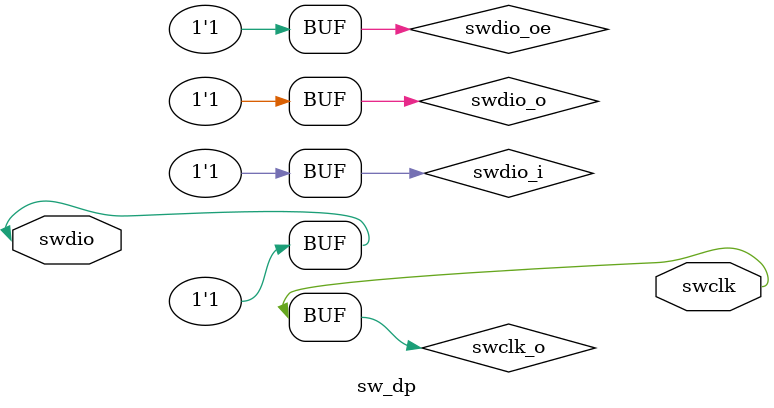
<source format=v>
/*------------------------------------------------------------------------------
 CMSIS-DAP SW DP I/O

 Version 1.0 @ 2023/05/01
    1. Initial version
--------------------------------------------------------------------------------*/

module sw_dp(
  swclk,
  swdio
);

output swclk;
inout  swdio;

reg         swclk_o;    /* SWCLK output        */
reg         swdio_oe;   /* SWDIO output enable */
reg         swdio_o;    /* SWDIO output        */
wire        swdio_i;    /* SWDIO input         */

reg         parity;     /* SWD parity          */
reg [2:0]   ack;        /* SWD acknowledge     */
reg [4:0]   state;      /* SWD transfer state  */
reg         bitval;     /* SWD bit value       */
reg [31:0]  sw_rdata;   /* SWD read data       */
reg [31:0]  sw_wdata;   /* SWD write data      */

assign swclk = swclk_o;
assign swdio = swdio_oe ? swdio_o : 1'bz;
assign swdio_i = swdio;

`ifndef SWCLK_DELAY 
`define SWCLK_DELAY       #100ns  /* SWCLK delay time, 5 MHz */
`endif

`ifndef TURNAROUND_CYCLES
`define TURNAROUND_CYCLES 1       /* SWD Turnaround cycles */
`endif

`ifndef IDLE_CYCLES
`define IDLE_CYCLES       8       /* Maximum is 32, caused using in Sequence Task */
`endif

/* SWD Acknowledge */
parameter [2:0]   TRANSFER_OK              = 3'b001;
parameter [2:0]   TRANSFER_WAIT            = 3'b010;
parameter [2:0]   TRANSFER_FAULT           = 3'b100;
/* Transfer State */
parameter [4:0]   TRANSFER_STATE_OK        = 5'h0;
parameter [4:0]   TRANSFER_STATE_ERROR     = 5'h8;
parameter [4:0]   TRANSFER_STATE_MISMATCH  = 5'h10;

/* Transfer APnDP */
parameter         TRANSFER_DP              = 1'b0;
parameter         TRANSFER_AP              = 1'b1;
/* DP address */
parameter [3:0]   DPA00_IDR                = 4'h0;
parameter [3:0]   DPA04_CTRLSTAT           = 4'h4;
parameter [3:0]   DPA08_SELECT             = 4'h8;
parameter [3:0]   DPA0C_RDBUFF             = 4'hC;
/* Bank 0 AP address */
parameter [3:0]   B0AP00_CSW               = 4'h0;
parameter [3:0]   B0AP04_TAR               = 4'h4;
parameter [3:0]   B0AP0C_DRW               = 4'hC;
/* Transfer RnW */
parameter         TRANSFER_WRITE           = 1'b0;
parameter         TRANSFER_READ            = 1'b1;

initial begin
  if (`IDLE_CYCLES > 32) begin
    $display("time is %d, `IDLE_CYCLES larger than 32", $time);
    $finish();
  end
  swdio_oe = 1'b1;
  swdio_o  = 1'b1;
end

/*
 * SWD test connection
 */
task automatic SWD_TestConnect;
begin
  sw_rdata = 32'h0;
  sw_wdata = 32'h0;

  $display("time is %d, SWD_TestConnect: Start ***************************", $time);

  SWJ_Dormant_To_SWD();
  $display("time is %d, SWJ_Dormant_to_SWD: SWJ Dormant to SWD", $time);

  SWJ_LineReset();
  $display("time is %d, SWJ_LineReset: SWJ line reset", $time);

  SWD_Transfer(TRANSFER_DP, TRANSFER_READ, DPA00_IDR, sw_wdata, sw_rdata);
  $display("time is %d, SWD_Transfer: Read IDCODE is %08X(exp. 0BE12477)", $time, sw_rdata);

  SWD_Transfer(TRANSFER_DP, TRANSFER_WRITE, DPA04_CTRLSTAT, 32'h1000_0000, sw_rdata);
  $display("time is %d, SWD_Transfer: Power-up Debug", $time);

  SWD_Transfer(TRANSFER_DP, TRANSFER_WRITE, DPA08_SELECT, 32'h0000_0000, sw_rdata);
  $display("time is %d, SWD_Transfer: Select AP 0", $time);

  SWD_Transfer(TRANSFER_AP, TRANSFER_WRITE, B0AP00_CSW, 32'h0000_0002, sw_rdata);
  $display("time is %d, SWD_Transfer: CSW set access size 32-bit", $time);

  SWD_WriteRegister(32'h3000_8000, 32'h1234_5678);
  $display("time is %d, SWD_WriteRegister: Write 0x12345678 to 0x30008000", $time);

  SWD_ReadRegister(32'h3000_8000, sw_rdata);
  $display("time is %d, SWD_ReadRegister: Read 0x%08X from 0x30008000", $time, sw_rdata);

  $display("time is %d, SWD_TestConnect: End ***************************", $time);
end
endtask

/*
 * Generate clock cycle
 */
task automatic SW_CLOCK_CYCLE;
begin
  swclk_o = 1'b0;
  `SWCLK_DELAY;
  swclk_o = 1'b1;
  `SWCLK_DELAY;
end
endtask

/*
 * Write a bit with clock cycle
 *   ibit: write bit
 */
task automatic SW_WRITE_BIT(input ibit);
begin
  swdio_o = ibit;
  swclk_o = 1'b0;
  `SWCLK_DELAY;
  swclk_o = 1'b1;
  `SWCLK_DELAY;
end
endtask

/*
 * Read a bit form clock cycle
 *   obit: read bit
 */
task automatic SW_READ_BIT(output obit);
begin
  swclk_o = 1'b0;
  `SWCLK_DELAY;
  obit = swdio_i;
  swclk_o = 1'b1;
  `SWCLK_DELAY;
end
endtask

 /*
  * Generate SWJ Sequence
  *   data:   sequence data (LSB first)
  *   count:  sequence bit count (1..32)
  */
task automatic SWJ_Sequence(input [31:0] data, input [5:0] count);
  integer bit_count;
  integer bit_pos;
begin
  bit_count = count;
  bit_pos = 0;
  while (bit_count > 0) begin
    swdio_o = data[bit_pos];
    SW_CLOCK_CYCLE();
    bit_count = bit_count - 1;
    bit_pos = bit_pos + 1;
  end
end
endtask

 /*
  * Generate SWD Write Sequence
  *   data:   sequence data (LSB first)
  *   count:  sequence bit count (1..32)
  */
task automatic SWD_WriteSequence(input [31:0] data, input [5:0] count);
  integer bit_count;
  integer bit_pos;
begin
  bit_count = count;
  bit_pos = 0;
  while (bit_count > 0) begin
    SW_WRITE_BIT(data[bit_pos]);
    bit_count = bit_count - 1;
    bit_pos = bit_pos + 1;
  end
end
endtask

 /*
  * Generate SWD Read Sequence
  *   data:   sequence data (LSB first)
  *   count:  sequence bit count (1..32)
  */
task automatic SWD_ReadSequence(output [31:0] data, input [5:0] count);
  integer bit_count;
  integer bit_pos;
begin
  bit_count = count;
  bit_pos = 0;
  while (bit_count > 0) begin
    SW_READ_BIT(data[bit_pos]);
    bit_count = bit_count - 1;
    bit_pos = bit_pos + 1;
  end
end
endtask

 /*
  * SWD Transfer I/O
  *   APnDP:  1=AP, 0=DP
  *   RnW:    1=Read, 0=Write
  *   A[3:0]: Address
  *   wDATA:  Write Data
  *   rDATA:  Read Data
  */
task automatic SWD_Transfer(input APnDP, input RnW, input [3:0] A, input [31:0] wDATA, output [31:0] rDATA);
  integer i;
begin
  state = TRANSFER_STATE_OK;

  /* Packet Request */
  SW_WRITE_BIT(1'b1);                   /* Start Bit */ 
  SW_WRITE_BIT(APnDP);                  /* APnDP Bit */
  SW_WRITE_BIT(RnW);                    /* RnW Bit */
  SW_WRITE_BIT(A[2]);                   /* A2 Bit */
  SW_WRITE_BIT(A[3]);                   /* A3 Bit */
  parity = APnDP ^ RnW ^ A[2] ^ A[3];   /* Calculate parity */
  SW_WRITE_BIT(parity);                 /* Parity Bit */
  SW_WRITE_BIT(1'b0);                   /* Stop Bit */
  SW_WRITE_BIT(1'b1);                   /* Park Bit */

  /* Turnaround */
  swdio_oe = 1'b0;
  for (i=0; i<`TURNAROUND_CYCLES; i++) begin
    SW_CLOCK_CYCLE();
  end

  /* Acknowledge response */ 
  SW_READ_BIT(ack[0]);                  /* ACK[0] */
  SW_READ_BIT(ack[1]);                  /* ACK[1] */
  SW_READ_BIT(ack[2]);                  /* ACK[2] */

  /*- OK response ------------------------------------------------------------*/
  if (ack == TRANSFER_OK) begin
    /* Data transfer */
    if (RnW == TRANSFER_READ) begin
      /* Read data */
      parity = 1'b0;
      for (i=0; i<32; i++) begin
        SW_READ_BIT(rDATA[i]);
        parity = parity ^ rDATA[i];
      end
      SW_READ_BIT(bitval);             /* Parity Bit */
      if (parity != bitval) begin
        state = TRANSFER_STATE_ERROR;  /* Parity Error, switch to error state */
        $display("time is %d, SWD_Transfer: Parity Error", $time);
      end
      /* Turnaround */
      for (i=0; i<`TURNAROUND_CYCLES; i++) begin
        SW_CLOCK_CYCLE();
      end
      swdio_oe = 1'b1;
    end
    else begin
      /* Turnaround */
      for (i=0; i<`TURNAROUND_CYCLES; i++) begin
        SW_CLOCK_CYCLE();
      end
      swdio_oe = 1'b1;
      /* Write data */
      parity = 1'b0;
      for (i=0; i<32; i++) begin
        SW_WRITE_BIT(wDATA[i]);
        parity = parity ^ wDATA[i];
      end
      SW_WRITE_BIT(parity);            /* Parity Bit */
    end

    /* Idle cycle */
    if (`IDLE_CYCLES > 0) begin
      swdio_o = 1'b0;
      for (i=0; i<`IDLE_CYCLES; i++) begin
        SW_CLOCK_CYCLE();
      end
    end

    $display("time is %d, SWD_Transfer: OK", $time);
    swdio_o = 1'b1;
    return;
  end

  /*- WAIT or FAULT response -------------------------------------------------*/
  if ((ack == TRANSFER_WAIT) || (ack == TRANSFER_FAULT)) begin
    /* WAIT or FAULT response */
    if (RnW == TRANSFER_READ) begin
      /* Dummy Read RDATA[0:31] + Parity */ 
      for (i=0; i<33; i++) begin
        SW_CLOCK_CYCLE();
      end
    end
    /* Turnaround */
    for (i=0; i<`TURNAROUND_CYCLES; i++) begin
      SW_CLOCK_CYCLE();
    end
    swdio_oe = 1'b1;
    if (RnW == TRANSFER_WRITE) begin
      swdio_o = 1'b0;
      /* Dummy Write WDATA[0:31] + Parity */ 
      for (i=0; i<33; i++) begin
        SW_CLOCK_CYCLE();
      end
    end

    $display("time is %d, SWD_Transfer: WAIT or FAULT", $time);
    swdio_o = 1'b1;
    return;
  end

  /*- Protocol error ---------------------------------------------------------*/
  /* Idle cycles */
  for (i=`TURNAROUND_CYCLES+32+1; i>0; i--) begin
    SW_CLOCK_CYCLE();
  end
  /* Enable SWDIO output and set to high */
  swdio_oe = 1'b1;
  swdio_o = 1'b1;
  $display("time is %d, SWD_Transfer: Protocol error", $time);
  return;
end
endtask

/*
 * SWJ Dormant to SWD
 * Switch from Dormant to SWD mode:
 *    1. Send at least 8 SWD clock cycles with SWDIO high. 
 *       It is to ensure the target is not in the middle of detecting a 
 *       Selection Alert sequence.
 *    2. Send 128-bit Selection Alert sequence on SWDIO.
 *       The target is switched out of Dormant state.
 *    3. Send 4 SWCLKTCK cycles with SWDIOTMS LOW. 
 *       The target must ignore the value on SWDIOTMS during these cycles.
 *       This is used to switch next state.
 *    4. Send the ARM CoreSight SW-DP activation code sequence on SWDIOTMS.
 *       The target is switched into SWD mode and an unknown state.
 *       Line reset is required to reset the target into a known state. 
 *    5. Send Idle cycles, it is optional.
 */
task automatic SWJ_Dormant_To_SWD;
begin
  /* At least 8 SWD clock cycles with SWDIO high */
  SWJ_Sequence(32'h0000_0000, 8);

  /* Selection Alert sequence
  0x49CF9046 A9B4A161 97F5BBC7 45703D98 transmitted MSB first.
  0x19BC0EA2 E3DDAFE9 86852D95 6209F392 transmitted LSB first. */
  SWJ_Sequence(32'h6209_F392, 32);
  SWJ_Sequence(32'h8685_2D95, 32);
  SWJ_Sequence(32'hE3DD_AFE9, 32);
  SWJ_Sequence(32'h19BC_0EA2, 32);

  /* 4 SWD dummy clock cycles 0b0000, switch to next state */
  SWJ_Sequence(32'h0000_0000, 4);

  /* Activation code 0b0101_1000 (ARM CoreSight SW-DP), LSB is 8'h1A. */
  SWJ_Sequence(32'h0000_001A, 8);

  /* Idle cycles */
  SWJ_Sequence(32'h0000_0000, `IDLE_CYCLES);

  swdio_o = 1'b1;
end
endtask

/*
 * SWJ Line Reset
 */
task automatic SWJ_LineReset;
begin
  /* At least 50 SWD clock cycles with SWDIO high */
  SWJ_Sequence(32'hFFFF_FFFF, 32);
  SWJ_Sequence(32'hFFFF_FFFF, 18);

  /* At least two SWD clock cycles with SWDIO low */
  SWJ_Sequence(32'h0000_0000, 2);

  swdio_o = 1'b1;
end
endtask

/*
 * SWJ JTAG-to-SWD sequence
 */
task automatic SWJ_JTAG_To_SWD;
begin
  /* At least 50 SWD clock cycles with SWDIO high */
  SWJ_Sequence(32'hFFFF_FFFF, 32);
  SWJ_Sequence(32'hFFFF_FFFF, 18);

  /* JTAG-to-SWD sequence 0111 1001 1110 0111, LSB is 16'hE97E */
  SWJ_Sequence(32'h0000_E97E, 16);

  /* At least 50 SWD clock cycles with SWDIO high */
  SWJ_Sequence(32'hFFFF_FFFF, 32);
  SWJ_Sequence(32'hFFFF_FFFF, 18);

  swdio_o = 1'b1;
end
endtask

/*
 * SWD write register
 *    address : register address
 *    data    : data to write to register
 */
task automatic SWD_WriteRegister(input [31:0] address, input [31:0] data);
begin
  /* Write TAR with address value */
  SWD_Transfer(TRANSFER_AP, TRANSFER_WRITE, B0AP04_TAR, address, sw_rdata);

  /* Write DRW with data value */
  SWD_Transfer(TRANSFER_AP, TRANSFER_WRITE, B0AP0C_DRW, data, sw_rdata);
end
endtask

/*
 * SWD read register
 *    address : register address
 *    data    : data read from register
 * Note: Two DRW reading is required to read data from register.
 *       First DRW reading is dummy to post next DRW read.
 *       Second DRW reading is actual data read.
 */
task automatic SWD_ReadRegister(input [31:0] address, output [31:0] data);
begin
  /* Write TAR with address value */
  SWD_Transfer(TRANSFER_AP, TRANSFER_WRITE, B0AP04_TAR, address, sw_rdata);

  /* First DRW reading is dummy.
     Read previous AP data and post next AP read */
  SWD_Transfer(TRANSFER_AP, TRANSFER_READ, B0AP0C_DRW, sw_wdata, data); 

  /* Second DRW reading: read data that first DRW reading posted */
  SWD_Transfer(TRANSFER_AP, TRANSFER_READ, B0AP0C_DRW, sw_wdata, data);
end
endtask

endmodule

</source>
